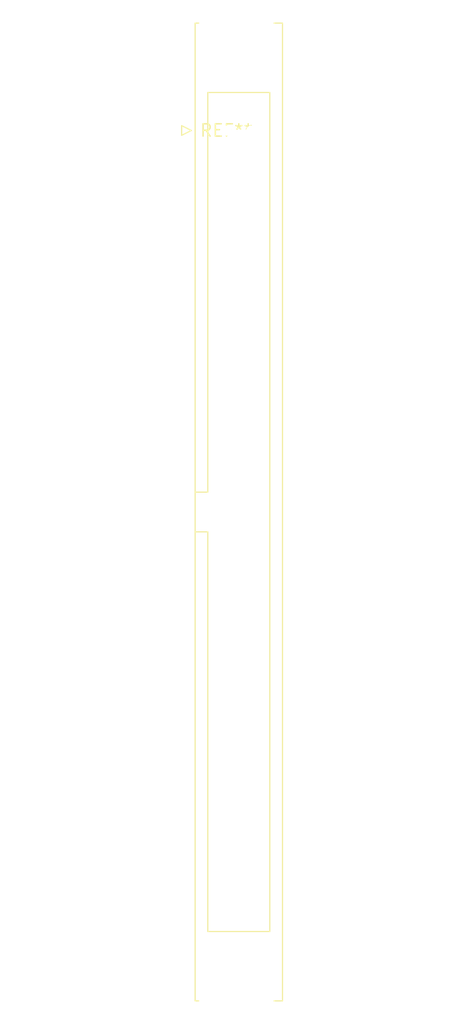
<source format=kicad_pcb>
(kicad_pcb (version 20240108) (generator pcbnew)
  (layers (0 "F.Cu" signal) (31 "B.Cu" signal) (34 "B.Paste" user) (35 "F.Paste" user) (36 "B.SilkS" user "B.Silkscreen") (37 "F.SilkS" user "F.Silkscreen") (38 "B.Mask" user) (39 "F.Mask" user) (44 "Edge.Cuts" user))
  (net 0 "")
  (footprint "IDC-Header_2x32-1MP_P2.54mm_Latch_Vertical" (layer "F.Cu") (at 0 0)
    (property "Reference" "REF**")
    (property "Value" "IDC-Header_2x32-1MP_P2.54mm_Latch_Vertical")
    (fp_line (start -4.63 -0.5) (end -4.63 0.5) (layer "F.SilkS") (stroke (width 0.12)))
    (fp_line (start -4.63 0.5) (end -3.63 0) (layer "F.SilkS") (stroke (width 0.12)))
    (fp_line (start -3.63 0) (end -4.63 -0.5) (layer "F.SilkS") (stroke (width 0.12)))
    (fp_line (start -3.24 -11.08) (end -3.24 89.82) (layer "F.SilkS") (stroke (width 0.12)))
    (fp_line (start -3.24 37.32) (end -1.93 37.32) (layer "F.SilkS") (stroke (width 0.12)))
    (fp_line (start -3.24 89.82) (end -2.87 89.82) (layer "F.SilkS") (stroke (width 0.12)))
    (fp_line (start -2.87 -11.08) (end -3.24 -11.08) (layer "F.SilkS") (stroke (width 0.12)))
    (fp_line (start -1.93 -3.92) (end 4.47 -3.92) (layer "F.SilkS") (stroke (width 0.12)))
    (fp_line (start -1.93 37.32) (end -1.93 -3.92) (layer "F.SilkS") (stroke (width 0.12)))
    (fp_line (start -1.93 41.42) (end -3.24 41.42) (layer "F.SilkS") (stroke (width 0.12)))
    (fp_line (start -1.93 41.42) (end -1.93 41.42) (layer "F.SilkS") (stroke (width 0.12)))
    (fp_line (start -1.93 82.66) (end -1.93 41.42) (layer "F.SilkS") (stroke (width 0.12)))
    (fp_line (start 4.47 -3.92) (end 4.47 82.66) (layer "F.SilkS") (stroke (width 0.12)))
    (fp_line (start 4.47 82.66) (end -1.93 82.66) (layer "F.SilkS") (stroke (width 0.12)))
    (fp_line (start 4.91 -11.08) (end 5.78 -11.08) (layer "F.SilkS") (stroke (width 0.12)))
    (fp_line (start 5.78 -11.08) (end 5.78 89.82) (layer "F.SilkS") (stroke (width 0.12)))
    (fp_line (start 5.78 89.82) (end 4.91 89.82) (layer "F.SilkS") (stroke (width 0.12)))
    (pad "1" thru_hole roundrect (at 0 0) (size 1.7 1.7) (drill 1) (layers *.Cu *.Mask) (remove_unused_layers) (roundrect_rratio 0.147059))
    (pad "2" thru_hole circle (at 2.54 0) (size 1.7 1.7) (drill 1) (layers *.Cu *.Mask) (remove_unused_layers))
    (pad "3" thru_hole circle (at 0 2.54) (size 1.7 1.7) (drill 1) (layers *.Cu *.Mask) (remove_unused_layers))
    (pad "4" thru_hole circle (at 2.54 2.54) (size 1.7 1.7) (drill 1) (layers *.Cu *.Mask) (remove_unused_layers))
    (pad "5" thru_hole circle (at 0 5.08) (size 1.7 1.7) (drill 1) (layers *.Cu *.Mask) (remove_unused_layers))
    (pad "6" thru_hole circle (at 2.54 5.08) (size 1.7 1.7) (drill 1) (layers *.Cu *.Mask) (remove_unused_layers))
    (pad "7" thru_hole circle (at 0 7.62) (size 1.7 1.7) (drill 1) (layers *.Cu *.Mask) (remove_unused_layers))
    (pad "8" thru_hole circle (at 2.54 7.62) (size 1.7 1.7) (drill 1) (layers *.Cu *.Mask) (remove_unused_layers))
    (pad "9" thru_hole circle (at 0 10.16) (size 1.7 1.7) (drill 1) (layers *.Cu *.Mask) (remove_unused_layers))
    (pad "10" thru_hole circle (at 2.54 10.16) (size 1.7 1.7) (drill 1) (layers *.Cu *.Mask) (remove_unused_layers))
    (pad "11" thru_hole circle (at 0 12.7) (size 1.7 1.7) (drill 1) (layers *.Cu *.Mask) (remove_unused_layers))
    (pad "12" thru_hole circle (at 2.54 12.7) (size 1.7 1.7) (drill 1) (layers *.Cu *.Mask) (remove_unused_layers))
    (pad "13" thru_hole circle (at 0 15.24) (size 1.7 1.7) (drill 1) (layers *.Cu *.Mask) (remove_unused_layers))
    (pad "14" thru_hole circle (at 2.54 15.24) (size 1.7 1.7) (drill 1) (layers *.Cu *.Mask) (remove_unused_layers))
    (pad "15" thru_hole circle (at 0 17.78) (size 1.7 1.7) (drill 1) (layers *.Cu *.Mask) (remove_unused_layers))
    (pad "16" thru_hole circle (at 2.54 17.78) (size 1.7 1.7) (drill 1) (layers *.Cu *.Mask) (remove_unused_layers))
    (pad "17" thru_hole circle (at 0 20.32) (size 1.7 1.7) (drill 1) (layers *.Cu *.Mask) (remove_unused_layers))
    (pad "18" thru_hole circle (at 2.54 20.32) (size 1.7 1.7) (drill 1) (layers *.Cu *.Mask) (remove_unused_layers))
    (pad "19" thru_hole circle (at 0 22.86) (size 1.7 1.7) (drill 1) (layers *.Cu *.Mask) (remove_unused_layers))
    (pad "20" thru_hole circle (at 2.54 22.86) (size 1.7 1.7) (drill 1) (layers *.Cu *.Mask) (remove_unused_layers))
    (pad "21" thru_hole circle (at 0 25.4) (size 1.7 1.7) (drill 1) (layers *.Cu *.Mask) (remove_unused_layers))
    (pad "22" thru_hole circle (at 2.54 25.4) (size 1.7 1.7) (drill 1) (layers *.Cu *.Mask) (remove_unused_layers))
    (pad "23" thru_hole circle (at 0 27.94) (size 1.7 1.7) (drill 1) (layers *.Cu *.Mask) (remove_unused_layers))
    (pad "24" thru_hole circle (at 2.54 27.94) (size 1.7 1.7) (drill 1) (layers *.Cu *.Mask) (remove_unused_layers))
    (pad "25" thru_hole circle (at 0 30.48) (size 1.7 1.7) (drill 1) (layers *.Cu *.Mask) (remove_unused_layers))
    (pad "26" thru_hole circle (at 2.54 30.48) (size 1.7 1.7) (drill 1) (layers *.Cu *.Mask) (remove_unused_layers))
    (pad "27" thru_hole circle (at 0 33.02) (size 1.7 1.7) (drill 1) (layers *.Cu *.Mask) (remove_unused_layers))
    (pad "28" thru_hole circle (at 2.54 33.02) (size 1.7 1.7) (drill 1) (layers *.Cu *.Mask) (remove_unused_layers))
    (pad "29" thru_hole circle (at 0 35.56) (size 1.7 1.7) (drill 1) (layers *.Cu *.Mask) (remove_unused_layers))
    (pad "30" thru_hole circle (at 2.54 35.56) (size 1.7 1.7) (drill 1) (layers *.Cu *.Mask) (remove_unused_layers))
    (pad "31" thru_hole circle (at 0 38.1) (size 1.7 1.7) (drill 1) (layers *.Cu *.Mask) (remove_unused_layers))
    (pad "32" thru_hole circle (at 2.54 38.1) (size 1.7 1.7) (drill 1) (layers *.Cu *.Mask) (remove_unused_layers))
    (pad "33" thru_hole circle (at 0 40.64) (size 1.7 1.7) (drill 1) (layers *.Cu *.Mask) (remove_unused_layers))
    (pad "34" thru_hole circle (at 2.54 40.64) (size 1.7 1.7) (drill 1) (layers *.Cu *.Mask) (remove_unused_layers))
    (pad "35" thru_hole circle (at 0 43.18) (size 1.7 1.7) (drill 1) (layers *.Cu *.Mask) (remove_unused_layers))
    (pad "36" thru_hole circle (at 2.54 43.18) (size 1.7 1.7) (drill 1) (layers *.Cu *.Mask) (remove_unused_layers))
    (pad "37" thru_hole circle (at 0 45.72) (size 1.7 1.7) (drill 1) (layers *.Cu *.Mask) (remove_unused_layers))
    (pad "38" thru_hole circle (at 2.54 45.72) (size 1.7 1.7) (drill 1) (layers *.Cu *.Mask) (remove_unused_layers))
    (pad "39" thru_hole circle (at 0 48.26) (size 1.7 1.7) (drill 1) (layers *.Cu *.Mask) (remove_unused_layers))
    (pad "40" thru_hole circle (at 2.54 48.26) (size 1.7 1.7) (drill 1) (layers *.Cu *.Mask) (remove_unused_layers))
    (pad "41" thru_hole circle (at 0 50.8) (size 1.7 1.7) (drill 1) (layers *.Cu *.Mask) (remove_unused_layers))
    (pad "42" thru_hole circle (at 2.54 50.8) (size 1.7 1.7) (drill 1) (layers *.Cu *.Mask) (remove_unused_layers))
    (pad "43" thru_hole circle (at 0 53.34) (size 1.7 1.7) (drill 1) (layers *.Cu *.Mask) (remove_unused_layers))
    (pad "44" thru_hole circle (at 2.54 53.34) (size 1.7 1.7) (drill 1) (layers *.Cu *.Mask) (remove_unused_layers))
    (pad "45" thru_hole circle (at 0 55.88) (size 1.7 1.7) (drill 1) (layers *.Cu *.Mask) (remove_unused_layers))
    (pad "46" thru_hole circle (at 2.54 55.88) (size 1.7 1.7) (drill 1) (layers *.Cu *.Mask) (remove_unused_layers))
    (pad "47" thru_hole circle (at 0 58.42) (size 1.7 1.7) (drill 1) (layers *.Cu *.Mask) (remove_unused_layers))
    (pad "48" thru_hole circle (at 2.54 58.42) (size 1.7 1.7) (drill 1) (layers *.Cu *.Mask) (remove_unused_layers))
    (pad "49" thru_hole circle (at 0 60.96) (size 1.7 1.7) (drill 1) (layers *.Cu *.Mask) (remove_unused_layers))
    (pad "50" thru_hole circle (at 2.54 60.96) (size 1.7 1.7) (drill 1) (layers *.Cu *.Mask) (remove_unused_layers))
    (pad "51" thru_hole circle (at 0 63.5) (size 1.7 1.7) (drill 1) (layers *.Cu *.Mask) (remove_unused_layers))
    (pad "52" thru_hole circle (at 2.54 63.5) (size 1.7 1.7) (drill 1) (layers *.Cu *.Mask) (remove_unused_layers))
    (pad "53" thru_hole circle (at 0 66.04) (size 1.7 1.7) (drill 1) (layers *.Cu *.Mask) (remove_unused_layers))
    (pad "54" thru_hole circle (at 2.54 66.04) (size 1.7 1.7) (drill 1) (layers *.Cu *.Mask) (remove_unused_layers))
    (pad "55" thru_hole circle (at 0 68.58) (size 1.7 1.7) (drill 1) (layers *.Cu *.Mask) (remove_unused_layers))
    (pad "56" thru_hole circle (at 2.54 68.58) (size 1.7 1.7) (drill 1) (layers *.Cu *.Mask) (remove_unused_layers))
    (pad "57" thru_hole circle (at 0 71.12) (size 1.7 1.7) (drill 1) (layers *.Cu *.Mask) (remove_unused_layers))
    (pad "58" thru_hole circle (at 2.54 71.12) (size 1.7 1.7) (drill 1) (layers *.Cu *.Mask) (remove_unused_layers))
    (pad "59" thru_hole circle (at 0 73.66) (size 1.7 1.7) (drill 1) (layers *.Cu *.Mask) (remove_unused_layers))
    (pad "60" thru_hole circle (at 2.54 73.66) (size 1.7 1.7) (drill 1) (layers *.Cu *.Mask) (remove_unused_layers))
    (pad "61" thru_hole circle (at 0 76.2) (size 1.7 1.7) (drill 1) (layers *.Cu *.Mask) (remove_unused_layers))
    (pad "62" thru_hole circle (at 2.54 76.2) (size 1.7 1.7) (drill 1) (layers *.Cu *.Mask) (remove_unused_layers))
    (pad "63" thru_hole circle (at 0 78.74) (size 1.7 1.7) (drill 1) (layers *.Cu *.Mask) (remove_unused_layers))
    (pad "64" thru_hole circle (at 2.54 78.74) (size 1.7 1.7) (drill 1) (layers *.Cu *.Mask) (remove_unused_layers))
    (pad "MP" thru_hole circle (at 1.02 -8.94) (size 8 8) (drill 2.69) (layers *.Cu *.Mask) (remove_unused_layers))
    (pad "MP" thru_hole circle (at 1.02 87.68) (size 8 8) (drill 2.69) (layers *.Cu *.Mask) (remove_unused_layers))
  )
)
</source>
